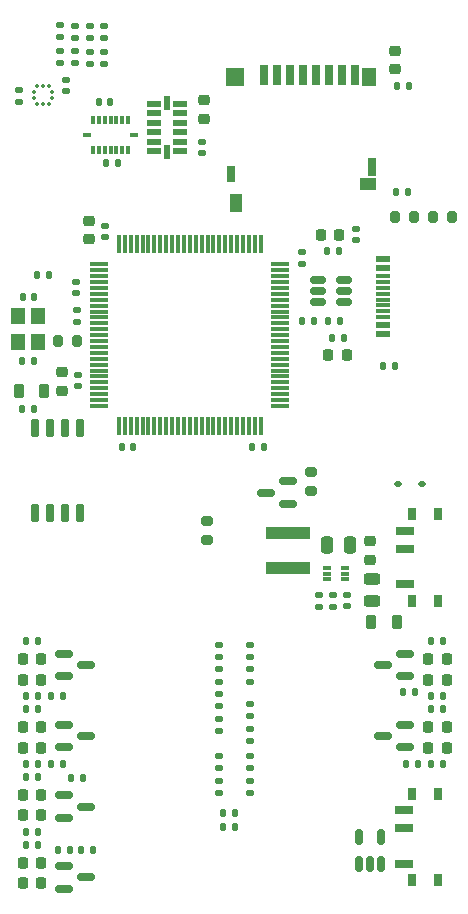
<source format=gtp>
%TF.GenerationSoftware,KiCad,Pcbnew,7.0.2-0*%
%TF.CreationDate,2023-11-23T12:17:07+01:00*%
%TF.ProjectId,Flight Computer,466c6967-6874-4204-936f-6d7075746572,1.1*%
%TF.SameCoordinates,Original*%
%TF.FileFunction,Paste,Top*%
%TF.FilePolarity,Positive*%
%FSLAX46Y46*%
G04 Gerber Fmt 4.6, Leading zero omitted, Abs format (unit mm)*
G04 Created by KiCad (PCBNEW 7.0.2-0) date 2023-11-23 12:17:07*
%MOMM*%
%LPD*%
G01*
G04 APERTURE LIST*
G04 Aperture macros list*
%AMRoundRect*
0 Rectangle with rounded corners*
0 $1 Rounding radius*
0 $2 $3 $4 $5 $6 $7 $8 $9 X,Y pos of 4 corners*
0 Add a 4 corners polygon primitive as box body*
4,1,4,$2,$3,$4,$5,$6,$7,$8,$9,$2,$3,0*
0 Add four circle primitives for the rounded corners*
1,1,$1+$1,$2,$3*
1,1,$1+$1,$4,$5*
1,1,$1+$1,$6,$7*
1,1,$1+$1,$8,$9*
0 Add four rect primitives between the rounded corners*
20,1,$1+$1,$2,$3,$4,$5,0*
20,1,$1+$1,$4,$5,$6,$7,0*
20,1,$1+$1,$6,$7,$8,$9,0*
20,1,$1+$1,$8,$9,$2,$3,0*%
G04 Aperture macros list end*
%ADD10RoundRect,0.218750X-0.218750X-0.256250X0.218750X-0.256250X0.218750X0.256250X-0.218750X0.256250X0*%
%ADD11RoundRect,0.135000X-0.135000X-0.185000X0.135000X-0.185000X0.135000X0.185000X-0.135000X0.185000X0*%
%ADD12RoundRect,0.150000X-0.587500X-0.150000X0.587500X-0.150000X0.587500X0.150000X-0.587500X0.150000X0*%
%ADD13RoundRect,0.200000X-0.275000X0.200000X-0.275000X-0.200000X0.275000X-0.200000X0.275000X0.200000X0*%
%ADD14RoundRect,0.135000X-0.185000X0.135000X-0.185000X-0.135000X0.185000X-0.135000X0.185000X0.135000X0*%
%ADD15RoundRect,0.150000X0.587500X0.150000X-0.587500X0.150000X-0.587500X-0.150000X0.587500X-0.150000X0*%
%ADD16RoundRect,0.218750X0.218750X0.256250X-0.218750X0.256250X-0.218750X-0.256250X0.218750X-0.256250X0*%
%ADD17RoundRect,0.225000X0.250000X-0.225000X0.250000X0.225000X-0.250000X0.225000X-0.250000X-0.225000X0*%
%ADD18RoundRect,0.135000X0.185000X-0.135000X0.185000X0.135000X-0.185000X0.135000X-0.185000X-0.135000X0*%
%ADD19RoundRect,0.200000X0.200000X0.275000X-0.200000X0.275000X-0.200000X-0.275000X0.200000X-0.275000X0*%
%ADD20RoundRect,0.140000X0.140000X0.170000X-0.140000X0.170000X-0.140000X-0.170000X0.140000X-0.170000X0*%
%ADD21RoundRect,0.243750X0.456250X-0.243750X0.456250X0.243750X-0.456250X0.243750X-0.456250X-0.243750X0*%
%ADD22RoundRect,0.225000X-0.250000X0.225000X-0.250000X-0.225000X0.250000X-0.225000X0.250000X0.225000X0*%
%ADD23RoundRect,0.140000X-0.140000X-0.170000X0.140000X-0.170000X0.140000X0.170000X-0.140000X0.170000X0*%
%ADD24R,0.800000X1.000000*%
%ADD25R,1.500000X0.700000*%
%ADD26RoundRect,0.140000X0.170000X-0.140000X0.170000X0.140000X-0.170000X0.140000X-0.170000X-0.140000X0*%
%ADD27RoundRect,0.218750X0.218750X0.381250X-0.218750X0.381250X-0.218750X-0.381250X0.218750X-0.381250X0*%
%ADD28RoundRect,0.140000X-0.170000X0.140000X-0.170000X-0.140000X0.170000X-0.140000X0.170000X0.140000X0*%
%ADD29RoundRect,0.135000X0.135000X0.185000X-0.135000X0.185000X-0.135000X-0.185000X0.135000X-0.185000X0*%
%ADD30R,3.700000X1.100000*%
%ADD31RoundRect,0.112500X-0.187500X-0.112500X0.187500X-0.112500X0.187500X0.112500X-0.187500X0.112500X0*%
%ADD32RoundRect,0.075000X-0.725000X-0.075000X0.725000X-0.075000X0.725000X0.075000X-0.725000X0.075000X0*%
%ADD33RoundRect,0.075000X-0.075000X-0.725000X0.075000X-0.725000X0.075000X0.725000X-0.075000X0.725000X0*%
%ADD34R,1.240000X0.600000*%
%ADD35R,1.240000X0.300000*%
%ADD36RoundRect,0.150000X0.150000X-0.512500X0.150000X0.512500X-0.150000X0.512500X-0.150000X-0.512500X0*%
%ADD37RoundRect,0.150000X0.512500X0.150000X-0.512500X0.150000X-0.512500X-0.150000X0.512500X-0.150000X0*%
%ADD38R,0.700000X1.750000*%
%ADD39R,1.450000X1.000000*%
%ADD40R,1.000000X1.550000*%
%ADD41R,0.800000X1.500000*%
%ADD42R,1.300000X1.500000*%
%ADD43R,1.500000X1.500000*%
%ADD44R,0.800000X1.400000*%
%ADD45RoundRect,0.200000X0.275000X-0.200000X0.275000X0.200000X-0.275000X0.200000X-0.275000X-0.200000X0*%
%ADD46RoundRect,0.200000X-0.200000X-0.275000X0.200000X-0.275000X0.200000X0.275000X-0.200000X0.275000X0*%
%ADD47R,1.200000X1.400000*%
%ADD48RoundRect,0.012500X0.112500X-0.325000X0.112500X0.325000X-0.112500X0.325000X-0.112500X-0.325000X0*%
%ADD49RoundRect,0.012500X0.325000X-0.112500X0.325000X0.112500X-0.325000X0.112500X-0.325000X-0.112500X0*%
%ADD50RoundRect,0.250000X-0.250000X-0.475000X0.250000X-0.475000X0.250000X0.475000X-0.250000X0.475000X0*%
%ADD51RoundRect,0.012500X0.125000X-0.112500X0.125000X0.112500X-0.125000X0.112500X-0.125000X-0.112500X0*%
%ADD52RoundRect,0.012500X0.112500X-0.125000X0.112500X0.125000X-0.112500X0.125000X-0.112500X-0.125000X0*%
%ADD53RoundRect,0.027500X0.545000X0.247500X-0.545000X0.247500X-0.545000X-0.247500X0.545000X-0.247500X0*%
%ADD54RoundRect,0.027500X0.247500X0.545000X-0.247500X0.545000X-0.247500X-0.545000X0.247500X-0.545000X0*%
%ADD55RoundRect,0.150000X0.150000X-0.650000X0.150000X0.650000X-0.150000X0.650000X-0.150000X-0.650000X0*%
%ADD56R,0.700000X0.340000*%
G04 APERTURE END LIST*
D10*
%TO.C,D12*%
X85552500Y-73000000D03*
X87127500Y-73000000D03*
%TD*%
D11*
%TO.C,R3*%
X86750000Y-40490000D03*
X87770000Y-40490000D03*
%TD*%
D10*
%TO.C,D8*%
X85552500Y-80500000D03*
X87127500Y-80500000D03*
%TD*%
D12*
%TO.C,Q2*%
X89062500Y-90550000D03*
X89062500Y-92450000D03*
X90937500Y-91500000D03*
%TD*%
D13*
%TO.C,R18*%
X109950000Y-57135000D03*
X109950000Y-58785000D03*
%TD*%
D14*
%TO.C,R14*%
X104800000Y-78890000D03*
X104800000Y-79910000D03*
%TD*%
D15*
%TO.C,Q1*%
X108037500Y-59860000D03*
X108037500Y-57960000D03*
X106162500Y-58910000D03*
%TD*%
D10*
%TO.C,D9*%
X85552500Y-90250000D03*
X87127500Y-90250000D03*
%TD*%
D16*
%TO.C,D2*%
X112347500Y-37080000D03*
X110772500Y-37080000D03*
%TD*%
D14*
%TO.C,R13*%
X104800000Y-76790000D03*
X104800000Y-77810000D03*
%TD*%
D17*
%TO.C,C26*%
X114940000Y-64595000D03*
X114940000Y-63045000D03*
%TD*%
D18*
%TO.C,R9*%
X102200000Y-79110000D03*
X102200000Y-78090000D03*
%TD*%
D11*
%TO.C,R19*%
X116090000Y-48182500D03*
X117110000Y-48182500D03*
%TD*%
D10*
%TO.C,D10*%
X85552500Y-84500000D03*
X87127500Y-84500000D03*
%TD*%
D19*
%TO.C,R2*%
X90175000Y-46107500D03*
X88525000Y-46107500D03*
%TD*%
D11*
%TO.C,R59*%
X120150000Y-71500000D03*
X121170000Y-71500000D03*
%TD*%
D20*
%TO.C,C10*%
X86480000Y-47782500D03*
X85520000Y-47782500D03*
%TD*%
D21*
%TO.C,F2*%
X115090000Y-68077500D03*
X115090000Y-66202500D03*
%TD*%
D22*
%TO.C,C1*%
X100910000Y-25715000D03*
X100910000Y-27265000D03*
%TD*%
D23*
%TO.C,C8*%
X92020000Y-25870000D03*
X92980000Y-25870000D03*
%TD*%
D20*
%TO.C,C15*%
X94930000Y-55070000D03*
X93970000Y-55070000D03*
%TD*%
D11*
%TO.C,R47*%
X85830000Y-88750000D03*
X86850000Y-88750000D03*
%TD*%
D14*
%TO.C,R15*%
X102200000Y-71790000D03*
X102200000Y-72810000D03*
%TD*%
D18*
%TO.C,R35*%
X104800000Y-82210000D03*
X104800000Y-81190000D03*
%TD*%
%TO.C,R1*%
X111810000Y-68570000D03*
X111810000Y-67550000D03*
%TD*%
D24*
%TO.C,SW1*%
X118530000Y-68050000D03*
X120740000Y-68050000D03*
X118530000Y-60750000D03*
X120740000Y-60750000D03*
D25*
X117880000Y-66650000D03*
X117880000Y-63650000D03*
X117880000Y-62150000D03*
%TD*%
D16*
%TO.C,D4*%
X121447500Y-74750000D03*
X119872500Y-74750000D03*
%TD*%
D19*
%TO.C,R21*%
X118700000Y-35570000D03*
X117050000Y-35570000D03*
%TD*%
D18*
%TO.C,R53*%
X91250000Y-20390000D03*
X91250000Y-19370000D03*
%TD*%
D26*
%TO.C,C25*%
X113800000Y-37560000D03*
X113800000Y-36600000D03*
%TD*%
D27*
%TO.C,FB1*%
X87362500Y-50332500D03*
X85237500Y-50332500D03*
%TD*%
D26*
%TO.C,C16*%
X90200000Y-49887500D03*
X90200000Y-48927500D03*
%TD*%
D11*
%TO.C,R37*%
X120150000Y-76150000D03*
X121170000Y-76150000D03*
%TD*%
D28*
%TO.C,C3*%
X89230000Y-23990000D03*
X89230000Y-24950000D03*
%TD*%
D29*
%TO.C,R46*%
X110180000Y-44350000D03*
X109160000Y-44350000D03*
%TD*%
D14*
%TO.C,R5*%
X110610000Y-67550000D03*
X110610000Y-68570000D03*
%TD*%
D29*
%TO.C,R17*%
X112720000Y-45850000D03*
X111700000Y-45850000D03*
%TD*%
D30*
%TO.C,L3*%
X108050000Y-65340000D03*
X108050000Y-62340000D03*
%TD*%
D11*
%TO.C,R58*%
X85830000Y-71500000D03*
X86850000Y-71500000D03*
%TD*%
D31*
%TO.C,D15*%
X117300000Y-58150000D03*
X119400000Y-58150000D03*
%TD*%
D16*
%TO.C,D13*%
X121447500Y-73000000D03*
X119872500Y-73000000D03*
%TD*%
D32*
%TO.C,U1*%
X92025000Y-39582500D03*
X92025000Y-40082500D03*
X92025000Y-40582500D03*
X92025000Y-41082500D03*
X92025000Y-41582500D03*
X92025000Y-42082500D03*
X92025000Y-42582500D03*
X92025000Y-43082500D03*
X92025000Y-43582500D03*
X92025000Y-44082500D03*
X92025000Y-44582500D03*
X92025000Y-45082500D03*
X92025000Y-45582500D03*
X92025000Y-46082500D03*
X92025000Y-46582500D03*
X92025000Y-47082500D03*
X92025000Y-47582500D03*
X92025000Y-48082500D03*
X92025000Y-48582500D03*
X92025000Y-49082500D03*
X92025000Y-49582500D03*
X92025000Y-50082500D03*
X92025000Y-50582500D03*
X92025000Y-51082500D03*
X92025000Y-51582500D03*
D33*
X93700000Y-53257500D03*
X94200000Y-53257500D03*
X94700000Y-53257500D03*
X95200000Y-53257500D03*
X95700000Y-53257500D03*
X96200000Y-53257500D03*
X96700000Y-53257500D03*
X97200000Y-53257500D03*
X97700000Y-53257500D03*
X98200000Y-53257500D03*
X98700000Y-53257500D03*
X99200000Y-53257500D03*
X99700000Y-53257500D03*
X100200000Y-53257500D03*
X100700000Y-53257500D03*
X101200000Y-53257500D03*
X101700000Y-53257500D03*
X102200000Y-53257500D03*
X102700000Y-53257500D03*
X103200000Y-53257500D03*
X103700000Y-53257500D03*
X104200000Y-53257500D03*
X104700000Y-53257500D03*
X105200000Y-53257500D03*
X105700000Y-53257500D03*
D32*
X107375000Y-51582500D03*
X107375000Y-51082500D03*
X107375000Y-50582500D03*
X107375000Y-50082500D03*
X107375000Y-49582500D03*
X107375000Y-49082500D03*
X107375000Y-48582500D03*
X107375000Y-48082500D03*
X107375000Y-47582500D03*
X107375000Y-47082500D03*
X107375000Y-46582500D03*
X107375000Y-46082500D03*
X107375000Y-45582500D03*
X107375000Y-45082500D03*
X107375000Y-44582500D03*
X107375000Y-44082500D03*
X107375000Y-43582500D03*
X107375000Y-43082500D03*
X107375000Y-42582500D03*
X107375000Y-42082500D03*
X107375000Y-41582500D03*
X107375000Y-41082500D03*
X107375000Y-40582500D03*
X107375000Y-40082500D03*
X107375000Y-39582500D03*
D33*
X105700000Y-37907500D03*
X105200000Y-37907500D03*
X104700000Y-37907500D03*
X104200000Y-37907500D03*
X103700000Y-37907500D03*
X103200000Y-37907500D03*
X102700000Y-37907500D03*
X102200000Y-37907500D03*
X101700000Y-37907500D03*
X101200000Y-37907500D03*
X100700000Y-37907500D03*
X100200000Y-37907500D03*
X99700000Y-37907500D03*
X99200000Y-37907500D03*
X98700000Y-37907500D03*
X98200000Y-37907500D03*
X97700000Y-37907500D03*
X97200000Y-37907500D03*
X96700000Y-37907500D03*
X96200000Y-37907500D03*
X95700000Y-37907500D03*
X95200000Y-37907500D03*
X94700000Y-37907500D03*
X94200000Y-37907500D03*
X93700000Y-37907500D03*
%TD*%
D16*
%TO.C,D5*%
X121447500Y-80500000D03*
X119872500Y-80500000D03*
%TD*%
D17*
%TO.C,C7*%
X91200000Y-37445000D03*
X91200000Y-35895000D03*
%TD*%
D29*
%TO.C,R39*%
X86850000Y-76150000D03*
X85830000Y-76150000D03*
%TD*%
D20*
%TO.C,C29*%
X86480000Y-51820000D03*
X85520000Y-51820000D03*
%TD*%
D29*
%TO.C,R27*%
X118160000Y-33432500D03*
X117140000Y-33432500D03*
%TD*%
D11*
%TO.C,R38*%
X120150000Y-81900000D03*
X121170000Y-81900000D03*
%TD*%
%TO.C,R33*%
X87920000Y-81900000D03*
X88940000Y-81900000D03*
%TD*%
D29*
%TO.C,R40*%
X86850000Y-87650000D03*
X85830000Y-87650000D03*
%TD*%
D34*
%TO.C,J7*%
X116040000Y-45522500D03*
X116040000Y-44722500D03*
D35*
X116040000Y-43572500D03*
X116040000Y-42572500D03*
X116040000Y-42072500D03*
X116040000Y-41072500D03*
D34*
X116040000Y-39922500D03*
X116040000Y-39122500D03*
X116040000Y-39122500D03*
X116040000Y-39922500D03*
D35*
X116040000Y-40572500D03*
X116040000Y-41572500D03*
X116040000Y-43072500D03*
X116040000Y-44072500D03*
D34*
X116040000Y-44722500D03*
X116040000Y-45522500D03*
%TD*%
D29*
%TO.C,R30*%
X118730000Y-75790000D03*
X117710000Y-75790000D03*
%TD*%
D14*
%TO.C,R12*%
X104800000Y-73890000D03*
X104800000Y-74910000D03*
%TD*%
D28*
%TO.C,C12*%
X109160000Y-38560000D03*
X109160000Y-39520000D03*
%TD*%
D27*
%TO.C,FB3*%
X117202500Y-69900000D03*
X115077500Y-69900000D03*
%TD*%
D36*
%TO.C,U8*%
X114020000Y-90337500D03*
X114970000Y-90337500D03*
X115920000Y-90337500D03*
X115920000Y-88062500D03*
X114020000Y-88062500D03*
%TD*%
D18*
%TO.C,R48*%
X92460000Y-22590000D03*
X92460000Y-21570000D03*
%TD*%
%TO.C,R8*%
X102200000Y-82210000D03*
X102200000Y-81190000D03*
%TD*%
D16*
%TO.C,D14*%
X121447500Y-78750000D03*
X119872500Y-78750000D03*
%TD*%
D10*
%TO.C,D11*%
X85552500Y-78750000D03*
X87127500Y-78750000D03*
%TD*%
D15*
%TO.C,Q7*%
X117937500Y-80450000D03*
X117937500Y-78550000D03*
X116062500Y-79500000D03*
%TD*%
D26*
%TO.C,C9*%
X90100000Y-42012500D03*
X90100000Y-41052500D03*
%TD*%
D10*
%TO.C,D3*%
X85552500Y-92000000D03*
X87127500Y-92000000D03*
%TD*%
D26*
%TO.C,C4*%
X85200000Y-25820000D03*
X85200000Y-24860000D03*
%TD*%
D18*
%TO.C,R49*%
X92460000Y-20390000D03*
X92460000Y-19370000D03*
%TD*%
D17*
%TO.C,C24*%
X88850000Y-50282500D03*
X88850000Y-48732500D03*
%TD*%
D14*
%TO.C,R16*%
X102200000Y-73890000D03*
X102200000Y-74910000D03*
%TD*%
D37*
%TO.C,U2*%
X112787500Y-42782500D03*
X112787500Y-41832500D03*
X112787500Y-40882500D03*
X110512500Y-40882500D03*
X110512500Y-41832500D03*
X110512500Y-42782500D03*
%TD*%
D38*
%TO.C,J10*%
X105995000Y-23582500D03*
X107095000Y-23582500D03*
X108195000Y-23582500D03*
X109295000Y-23582500D03*
X110395000Y-23582500D03*
X111495000Y-23582500D03*
X112595000Y-23582500D03*
X113695000Y-23582500D03*
D39*
X114820000Y-32807500D03*
D40*
X103595000Y-34382500D03*
D41*
X115145000Y-31307500D03*
D42*
X114895000Y-23707500D03*
D43*
X103545000Y-23707500D03*
D44*
X103195000Y-31957500D03*
%TD*%
D45*
%TO.C,R28*%
X101150000Y-62945000D03*
X101150000Y-61295000D03*
%TD*%
D46*
%TO.C,R20*%
X120275000Y-35570000D03*
X121925000Y-35570000D03*
%TD*%
D11*
%TO.C,R4*%
X102490000Y-87200000D03*
X103510000Y-87200000D03*
%TD*%
D47*
%TO.C,Y1*%
X85175000Y-43982500D03*
X85175000Y-46182500D03*
X86875000Y-46182500D03*
X86875000Y-43982500D03*
%TD*%
D29*
%TO.C,R31*%
X119050000Y-81910000D03*
X118030000Y-81910000D03*
%TD*%
%TO.C,R36*%
X89530000Y-89160000D03*
X88510000Y-89160000D03*
%TD*%
D18*
%TO.C,R52*%
X91250000Y-22590000D03*
X91250000Y-21570000D03*
%TD*%
D29*
%TO.C,R41*%
X86850000Y-81900000D03*
X85830000Y-81900000D03*
%TD*%
D15*
%TO.C,Q6*%
X117937500Y-74450000D03*
X117937500Y-72550000D03*
X116062500Y-73500000D03*
%TD*%
D11*
%TO.C,R56*%
X85830000Y-83000000D03*
X86850000Y-83000000D03*
%TD*%
%TO.C,R57*%
X85830000Y-77250000D03*
X86850000Y-77250000D03*
%TD*%
D29*
%TO.C,R45*%
X112390000Y-44350000D03*
X111370000Y-44350000D03*
%TD*%
D11*
%TO.C,R32*%
X87930000Y-76150000D03*
X88950000Y-76150000D03*
%TD*%
D18*
%TO.C,R7*%
X102200000Y-84310000D03*
X102200000Y-83290000D03*
%TD*%
%TO.C,R50*%
X88730000Y-22560000D03*
X88730000Y-21540000D03*
%TD*%
%TO.C,R55*%
X89980000Y-20390000D03*
X89980000Y-19370000D03*
%TD*%
D48*
%TO.C,U4*%
X91490000Y-27380000D03*
X91990000Y-27380000D03*
X92490000Y-27380000D03*
X92990000Y-27380000D03*
X93490000Y-27380000D03*
X93990000Y-27380000D03*
X94490000Y-27380000D03*
D49*
X95002500Y-28642500D03*
D48*
X94490000Y-29905000D03*
X93990000Y-29905000D03*
X93490000Y-29905000D03*
X92990000Y-29905000D03*
X92490000Y-29905000D03*
X91990000Y-29905000D03*
X91490000Y-29905000D03*
D49*
X90977500Y-28642500D03*
%TD*%
D18*
%TO.C,R10*%
X102200000Y-77010000D03*
X102200000Y-75990000D03*
%TD*%
D12*
%TO.C,Q5*%
X89062500Y-78550000D03*
X89062500Y-80450000D03*
X90937500Y-79500000D03*
%TD*%
D10*
%TO.C,D6*%
X85552500Y-74750000D03*
X87127500Y-74750000D03*
%TD*%
D24*
%TO.C,SW2*%
X118490000Y-91720000D03*
X120700000Y-91720000D03*
X118490000Y-84420000D03*
X120700000Y-84420000D03*
D25*
X117840000Y-90320000D03*
X117840000Y-87320000D03*
X117840000Y-85820000D03*
%TD*%
D26*
%TO.C,C27*%
X112980000Y-68510000D03*
X112980000Y-67550000D03*
%TD*%
D29*
%TO.C,R6*%
X103510000Y-86080000D03*
X102490000Y-86080000D03*
%TD*%
D11*
%TO.C,R29*%
X89660000Y-83058000D03*
X90680000Y-83058000D03*
%TD*%
D14*
%TO.C,R11*%
X104800000Y-71790000D03*
X104800000Y-72810000D03*
%TD*%
D50*
%TO.C,C30*%
X111330000Y-63360000D03*
X113230000Y-63360000D03*
%TD*%
D51*
%TO.C,U5*%
X86537500Y-25002500D03*
X86537500Y-25502500D03*
D52*
X86800000Y-26015000D03*
X87300000Y-26015000D03*
X87800000Y-26015000D03*
D51*
X88062500Y-25502500D03*
X88062500Y-25002500D03*
D52*
X87800000Y-24490000D03*
X87300000Y-24490000D03*
X86800000Y-24490000D03*
%TD*%
D22*
%TO.C,C28*%
X117070000Y-21495000D03*
X117070000Y-23045000D03*
%TD*%
D18*
%TO.C,R51*%
X88730000Y-20360000D03*
X88730000Y-19340000D03*
%TD*%
D12*
%TO.C,Q3*%
X89062500Y-84550000D03*
X89062500Y-86450000D03*
X90937500Y-85500000D03*
%TD*%
D16*
%TO.C,D1*%
X112987500Y-47270000D03*
X111412500Y-47270000D03*
%TD*%
D20*
%TO.C,C13*%
X105955000Y-55020000D03*
X104995000Y-55020000D03*
%TD*%
D53*
%TO.C,U3*%
X98900000Y-30010000D03*
X98900000Y-29210000D03*
X98900000Y-28410000D03*
X98900000Y-27610000D03*
X98900000Y-26810000D03*
X98900000Y-26010000D03*
D54*
X97802500Y-25912500D03*
D53*
X96705000Y-26010000D03*
X96705000Y-26810000D03*
X96705000Y-27610000D03*
X96705000Y-28410000D03*
X96705000Y-29210000D03*
X96705000Y-30010000D03*
D54*
X97802500Y-30107500D03*
%TD*%
D10*
%TO.C,D7*%
X85552500Y-86250000D03*
X87127500Y-86250000D03*
%TD*%
D55*
%TO.C,U7*%
X86595000Y-60620000D03*
X87865000Y-60620000D03*
X89135000Y-60620000D03*
X90405000Y-60620000D03*
X90405000Y-53420000D03*
X89135000Y-53420000D03*
X87865000Y-53420000D03*
X86595000Y-53420000D03*
%TD*%
D26*
%TO.C,C2*%
X100700000Y-30162500D03*
X100700000Y-29202500D03*
%TD*%
D29*
%TO.C,R26*%
X118290000Y-24480000D03*
X117270000Y-24480000D03*
%TD*%
%TO.C,R24*%
X112300000Y-38475000D03*
X111280000Y-38475000D03*
%TD*%
D23*
%TO.C,C6*%
X85570000Y-42382500D03*
X86530000Y-42382500D03*
%TD*%
D18*
%TO.C,R54*%
X89980000Y-22560000D03*
X89980000Y-21540000D03*
%TD*%
D20*
%TO.C,C5*%
X93580000Y-31020000D03*
X92620000Y-31020000D03*
%TD*%
D11*
%TO.C,R34*%
X90500000Y-89170000D03*
X91520000Y-89170000D03*
%TD*%
D26*
%TO.C,C11*%
X92550000Y-37300000D03*
X92550000Y-36340000D03*
%TD*%
D18*
%TO.C,R25*%
X104800000Y-84310000D03*
X104800000Y-83290000D03*
%TD*%
D11*
%TO.C,R60*%
X120150000Y-77250000D03*
X121170000Y-77250000D03*
%TD*%
D56*
%TO.C,U6*%
X112830000Y-66270000D03*
X112830000Y-65770000D03*
X112830000Y-65270000D03*
X111330000Y-65270000D03*
X111330000Y-65770000D03*
X111330000Y-66270000D03*
%TD*%
D26*
%TO.C,C14*%
X90150000Y-44437500D03*
X90150000Y-43477500D03*
%TD*%
D12*
%TO.C,Q8*%
X89062500Y-72550000D03*
X89062500Y-74450000D03*
X90937500Y-73500000D03*
%TD*%
M02*

</source>
